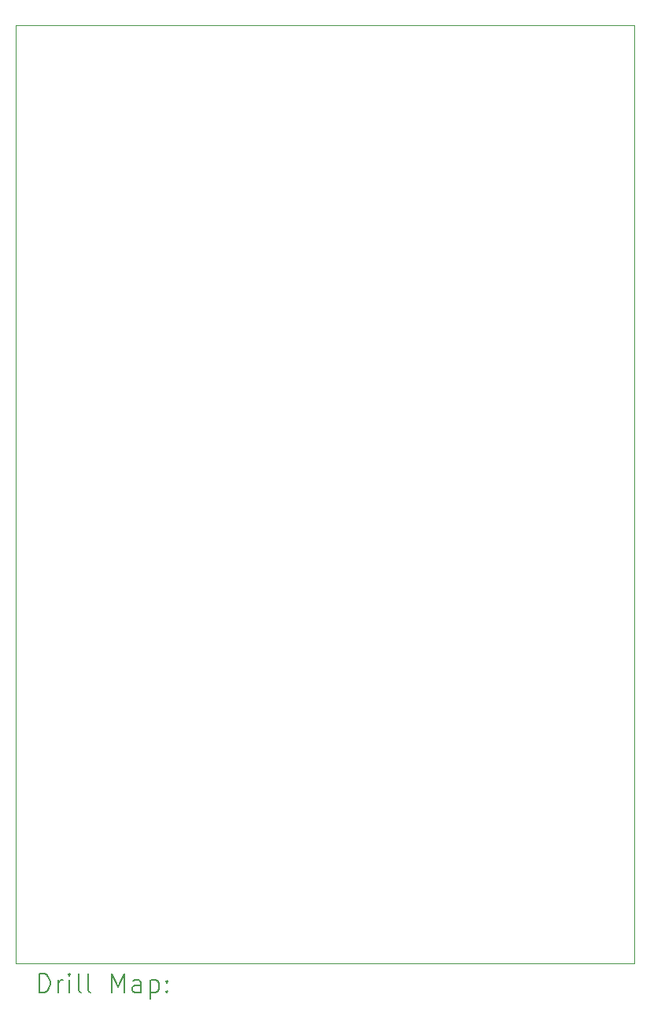
<source format=gbr>
%FSLAX45Y45*%
G04 Gerber Fmt 4.5, Leading zero omitted, Abs format (unit mm)*
G04 Created by KiCad (PCBNEW (6.0.0)) date 2022-08-19 14:17:07*
%MOMM*%
%LPD*%
G01*
G04 APERTURE LIST*
%TA.AperFunction,Profile*%
%ADD10C,0.100000*%
%TD*%
%ADD11C,0.200000*%
G04 APERTURE END LIST*
D10*
X17475200Y-14935200D02*
X17475200Y-4851400D01*
X10820400Y-14935200D02*
X10820400Y-4851400D01*
X10820400Y-4851400D02*
X17475200Y-4851400D01*
X10820400Y-14935200D02*
X17475200Y-14935200D01*
D11*
X11073019Y-15250676D02*
X11073019Y-15050676D01*
X11120638Y-15050676D01*
X11149210Y-15060200D01*
X11168257Y-15079248D01*
X11177781Y-15098295D01*
X11187305Y-15136390D01*
X11187305Y-15164962D01*
X11177781Y-15203057D01*
X11168257Y-15222105D01*
X11149210Y-15241152D01*
X11120638Y-15250676D01*
X11073019Y-15250676D01*
X11273019Y-15250676D02*
X11273019Y-15117343D01*
X11273019Y-15155438D02*
X11282543Y-15136390D01*
X11292067Y-15126867D01*
X11311114Y-15117343D01*
X11330162Y-15117343D01*
X11396828Y-15250676D02*
X11396828Y-15117343D01*
X11396828Y-15050676D02*
X11387305Y-15060200D01*
X11396828Y-15069724D01*
X11406352Y-15060200D01*
X11396828Y-15050676D01*
X11396828Y-15069724D01*
X11520638Y-15250676D02*
X11501590Y-15241152D01*
X11492067Y-15222105D01*
X11492067Y-15050676D01*
X11625400Y-15250676D02*
X11606352Y-15241152D01*
X11596828Y-15222105D01*
X11596828Y-15050676D01*
X11853971Y-15250676D02*
X11853971Y-15050676D01*
X11920638Y-15193533D01*
X11987305Y-15050676D01*
X11987305Y-15250676D01*
X12168257Y-15250676D02*
X12168257Y-15145914D01*
X12158733Y-15126867D01*
X12139686Y-15117343D01*
X12101590Y-15117343D01*
X12082543Y-15126867D01*
X12168257Y-15241152D02*
X12149209Y-15250676D01*
X12101590Y-15250676D01*
X12082543Y-15241152D01*
X12073019Y-15222105D01*
X12073019Y-15203057D01*
X12082543Y-15184009D01*
X12101590Y-15174486D01*
X12149209Y-15174486D01*
X12168257Y-15164962D01*
X12263495Y-15117343D02*
X12263495Y-15317343D01*
X12263495Y-15126867D02*
X12282543Y-15117343D01*
X12320638Y-15117343D01*
X12339686Y-15126867D01*
X12349209Y-15136390D01*
X12358733Y-15155438D01*
X12358733Y-15212581D01*
X12349209Y-15231628D01*
X12339686Y-15241152D01*
X12320638Y-15250676D01*
X12282543Y-15250676D01*
X12263495Y-15241152D01*
X12444448Y-15231628D02*
X12453971Y-15241152D01*
X12444448Y-15250676D01*
X12434924Y-15241152D01*
X12444448Y-15231628D01*
X12444448Y-15250676D01*
X12444448Y-15126867D02*
X12453971Y-15136390D01*
X12444448Y-15145914D01*
X12434924Y-15136390D01*
X12444448Y-15126867D01*
X12444448Y-15145914D01*
M02*

</source>
